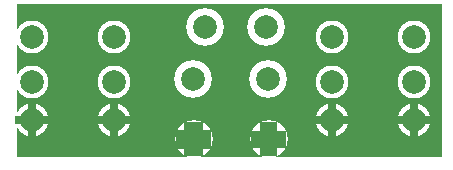
<source format=gbr>
%FSLAX34Y34*%
%MOMM*%
%LNCOPPER_TOP*%
G71*
G01*
%ADD10C,2.800*%
%ADD11C,3.200*%
%ADD12C,2.800*%
%ADD13C,0.667*%
%ADD14C,1.607*%
%ADD15C,1.447*%
%ADD16C,2.000*%
%ADD17C,2.000*%
%LPD*%
G36*
X0Y1000000D02*
X360000Y1000000D01*
X360000Y870000D01*
X0Y870000D01*
X0Y1000000D01*
G37*
%LPC*%
X266700Y971550D02*
G54D10*
D03*
X336550Y971550D02*
G54D10*
D03*
X266700Y901700D02*
G54D10*
D03*
X336550Y901700D02*
G54D10*
D03*
X336550Y933450D02*
G54D10*
D03*
X266700Y933450D02*
G54D10*
D03*
X210591Y980321D02*
G54D11*
D03*
X159610Y980209D02*
G54D11*
D03*
X12700Y971550D02*
G54D10*
D03*
X82550Y971550D02*
G54D10*
D03*
X12700Y901700D02*
G54D10*
D03*
X82550Y901700D02*
G54D10*
D03*
X82550Y933450D02*
G54D10*
D03*
X12700Y933450D02*
G54D10*
D03*
X149527Y936223D02*
G54D11*
D03*
X149640Y885242D02*
G54D11*
D03*
X213027Y936223D02*
G54D11*
D03*
X213140Y885242D02*
G54D11*
D03*
X12700Y901700D02*
G54D12*
D03*
X82550Y901700D02*
G54D12*
D03*
X149639Y885242D02*
G54D12*
D03*
X213140Y885242D02*
G54D12*
D03*
X266700Y901700D02*
G54D12*
D03*
X336550Y901700D02*
G54D12*
D03*
%LPD*%
G54D13*
G36*
X9367Y901700D02*
X9367Y916200D01*
X16033Y916200D01*
X16033Y901700D01*
X9367Y901700D01*
G37*
G36*
X12700Y905033D02*
X27200Y905033D01*
X27200Y898367D01*
X12700Y898367D01*
X12700Y905033D01*
G37*
G36*
X16033Y901700D02*
X16033Y887200D01*
X9367Y887200D01*
X9367Y901700D01*
X16033Y901700D01*
G37*
G36*
X12700Y898367D02*
X-1800Y898367D01*
X-1800Y905033D01*
X12700Y905033D01*
X12700Y898367D01*
G37*
G54D13*
G36*
X79217Y901700D02*
X79217Y916200D01*
X85883Y916200D01*
X85883Y901700D01*
X79217Y901700D01*
G37*
G36*
X82550Y905033D02*
X97050Y905033D01*
X97050Y898367D01*
X82550Y898367D01*
X82550Y905033D01*
G37*
G36*
X85883Y901700D02*
X85883Y887200D01*
X79217Y887200D01*
X79217Y901700D01*
X85883Y901700D01*
G37*
G36*
X82550Y898367D02*
X68050Y898367D01*
X68050Y905033D01*
X82550Y905033D01*
X82550Y898367D01*
G37*
G54D14*
G36*
X141606Y885242D02*
X141606Y899742D01*
X157672Y899742D01*
X157672Y885242D01*
X141606Y885242D01*
G37*
G36*
X149639Y893275D02*
X164139Y893275D01*
X164139Y877209D01*
X149639Y877209D01*
X149639Y893275D01*
G37*
G36*
X157672Y885242D02*
X157672Y870742D01*
X141606Y870742D01*
X141606Y885242D01*
X157672Y885242D01*
G37*
G36*
X149639Y877209D02*
X135139Y877209D01*
X135139Y893275D01*
X149639Y893275D01*
X149639Y877209D01*
G37*
G54D15*
G36*
X205907Y885242D02*
X205907Y899742D01*
X220373Y899742D01*
X220373Y885242D01*
X205907Y885242D01*
G37*
G36*
X213140Y892475D02*
X227640Y892475D01*
X227640Y878009D01*
X213140Y878009D01*
X213140Y892475D01*
G37*
G36*
X220373Y885242D02*
X220373Y870742D01*
X205907Y870742D01*
X205907Y885242D01*
X220373Y885242D01*
G37*
G36*
X213140Y878009D02*
X198640Y878009D01*
X198640Y892475D01*
X213140Y892475D01*
X213140Y878009D01*
G37*
G54D13*
G36*
X263367Y901700D02*
X263367Y916200D01*
X270033Y916200D01*
X270033Y901700D01*
X263367Y901700D01*
G37*
G36*
X266700Y905033D02*
X281200Y905033D01*
X281200Y898367D01*
X266700Y898367D01*
X266700Y905033D01*
G37*
G36*
X270033Y901700D02*
X270033Y887200D01*
X263367Y887200D01*
X263367Y901700D01*
X270033Y901700D01*
G37*
G36*
X266700Y898367D02*
X252200Y898367D01*
X252200Y905033D01*
X266700Y905033D01*
X266700Y898367D01*
G37*
G54D13*
G36*
X333217Y901700D02*
X333217Y916200D01*
X339883Y916200D01*
X339883Y901700D01*
X333217Y901700D01*
G37*
G36*
X336550Y905033D02*
X351050Y905033D01*
X351050Y898367D01*
X336550Y898367D01*
X336550Y905033D01*
G37*
G36*
X339883Y901700D02*
X339883Y887200D01*
X333217Y887200D01*
X333217Y901700D01*
X339883Y901700D01*
G37*
G36*
X336550Y898367D02*
X322050Y898367D01*
X322050Y905033D01*
X336550Y905033D01*
X336550Y898367D01*
G37*
X266700Y971550D02*
G54D16*
D03*
X336550Y971550D02*
G54D16*
D03*
X266700Y901700D02*
G54D16*
D03*
X336550Y901700D02*
G54D16*
D03*
X336550Y933450D02*
G54D16*
D03*
X266700Y933450D02*
G54D16*
D03*
X210591Y980321D02*
G54D16*
D03*
X159610Y980209D02*
G54D16*
D03*
X12700Y971550D02*
G54D16*
D03*
X82550Y971550D02*
G54D16*
D03*
X12700Y901700D02*
G54D16*
D03*
X82550Y901700D02*
G54D16*
D03*
X82550Y933450D02*
G54D16*
D03*
X12700Y933450D02*
G54D16*
D03*
X149527Y936223D02*
G54D16*
D03*
X149640Y885242D02*
G54D16*
D03*
X213027Y936223D02*
G54D16*
D03*
X213140Y885242D02*
G54D16*
D03*
X12700Y901700D02*
G54D17*
D03*
X82550Y901700D02*
G54D17*
D03*
X149639Y885242D02*
G54D17*
D03*
X213140Y885242D02*
G54D17*
D03*
X266700Y901700D02*
G54D17*
D03*
X336550Y901700D02*
G54D17*
D03*
M02*

</source>
